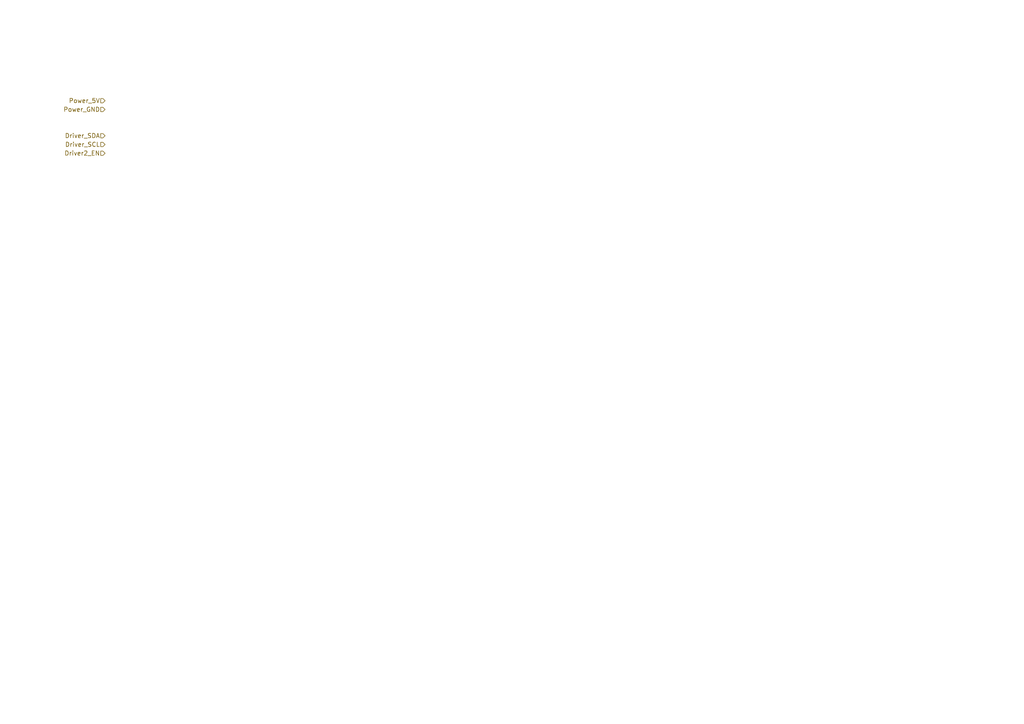
<source format=kicad_sch>
(kicad_sch
	(version 20231120)
	(generator "eeschema")
	(generator_version "8.0")
	(uuid "52e06f10-1fb5-44fd-aaa1-edca87267298")
	(paper "A4")
	(title_block
		(title "5x5 Clock Panel")
		(date "2024-11-01")
		(rev "1")
	)
	(lib_symbols)
	(hierarchical_label "Power_5V"
		(shape input)
		(at 30.48 29.21 180)
		(fields_autoplaced yes)
		(effects
			(font
				(size 1.27 1.27)
			)
			(justify right)
		)
		(uuid "2060af9c-af71-454b-b158-0585f6351636")
	)
	(hierarchical_label "Driver_SDA"
		(shape input)
		(at 30.48 39.37 180)
		(fields_autoplaced yes)
		(effects
			(font
				(size 1.27 1.27)
			)
			(justify right)
		)
		(uuid "659cbd47-d1bb-4f58-a956-657ff5bcf3b9")
	)
	(hierarchical_label "Driver2_EN"
		(shape input)
		(at 30.48 44.45 180)
		(fields_autoplaced yes)
		(effects
			(font
				(size 1.27 1.27)
			)
			(justify right)
		)
		(uuid "9571535a-4007-4009-912f-33dd50430671")
	)
	(hierarchical_label "Power_GND"
		(shape input)
		(at 30.48 31.75 180)
		(fields_autoplaced yes)
		(effects
			(font
				(size 1.27 1.27)
			)
			(justify right)
		)
		(uuid "a5b1ebd6-0ab7-47f4-9e4b-5166278dab34")
	)
	(hierarchical_label "Driver_SCL"
		(shape input)
		(at 30.48 41.91 180)
		(fields_autoplaced yes)
		(effects
			(font
				(size 1.27 1.27)
			)
			(justify right)
		)
		(uuid "f1086dde-9bb5-48c6-9757-9bf0bb7399d8")
	)
)

</source>
